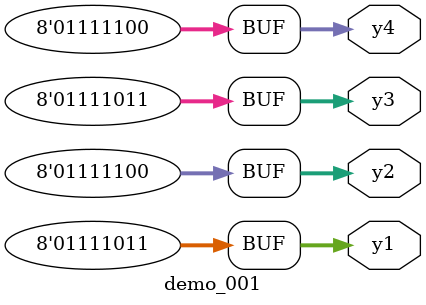
<source format=v>

module demo_001(y1, y2, y3, y4);
	output [7:0] y1, y2, y3, y4;

	localparam [7:0] p1 = 123.45;
	localparam real p2 = 123.45;
	localparam real p3 = 123;
	localparam p4 = 123.45;

	assign y1 = p1 + 0.2;
	assign y2 = p2 + 0.2;
	assign y3 = p3 + 0.2;
	assign y4 = p4 + 0.2;
endmodule


</source>
